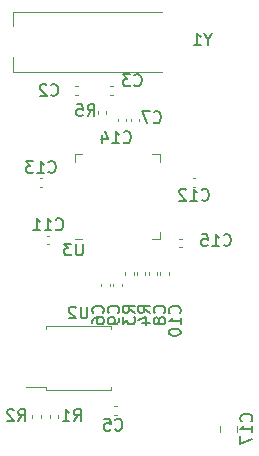
<source format=gbr>
G04 #@! TF.GenerationSoftware,KiCad,Pcbnew,(7.0.0)*
G04 #@! TF.CreationDate,2023-06-23T19:03:52+10:00*
G04 #@! TF.ProjectId,RP2040_minimal,52503230-3430-45f6-9d69-6e696d616c2e,REV1*
G04 #@! TF.SameCoordinates,Original*
G04 #@! TF.FileFunction,Legend,Bot*
G04 #@! TF.FilePolarity,Positive*
%FSLAX46Y46*%
G04 Gerber Fmt 4.6, Leading zero omitted, Abs format (unit mm)*
G04 Created by KiCad (PCBNEW (7.0.0)) date 2023-06-23 19:03:52*
%MOMM*%
%LPD*%
G01*
G04 APERTURE LIST*
%ADD10C,0.150000*%
%ADD11C,0.120000*%
G04 APERTURE END LIST*
D10*
X157547415Y-108181869D02*
X157547415Y-108991393D01*
X157547415Y-108991393D02*
X157499796Y-109086631D01*
X157499796Y-109086631D02*
X157452177Y-109134250D01*
X157452177Y-109134250D02*
X157356939Y-109181869D01*
X157356939Y-109181869D02*
X157166463Y-109181869D01*
X157166463Y-109181869D02*
X157071225Y-109134250D01*
X157071225Y-109134250D02*
X157023606Y-109086631D01*
X157023606Y-109086631D02*
X156975987Y-108991393D01*
X156975987Y-108991393D02*
X156975987Y-108181869D01*
X156547415Y-108277108D02*
X156499796Y-108229489D01*
X156499796Y-108229489D02*
X156404558Y-108181869D01*
X156404558Y-108181869D02*
X156166463Y-108181869D01*
X156166463Y-108181869D02*
X156071225Y-108229489D01*
X156071225Y-108229489D02*
X156023606Y-108277108D01*
X156023606Y-108277108D02*
X155975987Y-108372346D01*
X155975987Y-108372346D02*
X155975987Y-108467584D01*
X155975987Y-108467584D02*
X156023606Y-108610441D01*
X156023606Y-108610441D02*
X156595034Y-109181869D01*
X156595034Y-109181869D02*
X155975987Y-109181869D01*
X151702177Y-117881869D02*
X152035510Y-117405679D01*
X152273605Y-117881869D02*
X152273605Y-116881869D01*
X152273605Y-116881869D02*
X151892653Y-116881869D01*
X151892653Y-116881869D02*
X151797415Y-116929489D01*
X151797415Y-116929489D02*
X151749796Y-116977108D01*
X151749796Y-116977108D02*
X151702177Y-117072346D01*
X151702177Y-117072346D02*
X151702177Y-117215203D01*
X151702177Y-117215203D02*
X151749796Y-117310441D01*
X151749796Y-117310441D02*
X151797415Y-117358060D01*
X151797415Y-117358060D02*
X151892653Y-117405679D01*
X151892653Y-117405679D02*
X152273605Y-117405679D01*
X151321224Y-116977108D02*
X151273605Y-116929489D01*
X151273605Y-116929489D02*
X151178367Y-116881869D01*
X151178367Y-116881869D02*
X150940272Y-116881869D01*
X150940272Y-116881869D02*
X150845034Y-116929489D01*
X150845034Y-116929489D02*
X150797415Y-116977108D01*
X150797415Y-116977108D02*
X150749796Y-117072346D01*
X150749796Y-117072346D02*
X150749796Y-117167584D01*
X150749796Y-117167584D02*
X150797415Y-117310441D01*
X150797415Y-117310441D02*
X151368843Y-117881869D01*
X151368843Y-117881869D02*
X150749796Y-117881869D01*
X159902177Y-118586631D02*
X159949796Y-118634250D01*
X159949796Y-118634250D02*
X160092653Y-118681869D01*
X160092653Y-118681869D02*
X160187891Y-118681869D01*
X160187891Y-118681869D02*
X160330748Y-118634250D01*
X160330748Y-118634250D02*
X160425986Y-118539012D01*
X160425986Y-118539012D02*
X160473605Y-118443774D01*
X160473605Y-118443774D02*
X160521224Y-118253298D01*
X160521224Y-118253298D02*
X160521224Y-118110441D01*
X160521224Y-118110441D02*
X160473605Y-117919965D01*
X160473605Y-117919965D02*
X160425986Y-117824727D01*
X160425986Y-117824727D02*
X160330748Y-117729489D01*
X160330748Y-117729489D02*
X160187891Y-117681869D01*
X160187891Y-117681869D02*
X160092653Y-117681869D01*
X160092653Y-117681869D02*
X159949796Y-117729489D01*
X159949796Y-117729489D02*
X159902177Y-117777108D01*
X158997415Y-117681869D02*
X159473605Y-117681869D01*
X159473605Y-117681869D02*
X159521224Y-118158060D01*
X159521224Y-118158060D02*
X159473605Y-118110441D01*
X159473605Y-118110441D02*
X159378367Y-118062822D01*
X159378367Y-118062822D02*
X159140272Y-118062822D01*
X159140272Y-118062822D02*
X159045034Y-118110441D01*
X159045034Y-118110441D02*
X158997415Y-118158060D01*
X158997415Y-118158060D02*
X158949796Y-118253298D01*
X158949796Y-118253298D02*
X158949796Y-118491393D01*
X158949796Y-118491393D02*
X158997415Y-118586631D01*
X158997415Y-118586631D02*
X159045034Y-118634250D01*
X159045034Y-118634250D02*
X159140272Y-118681869D01*
X159140272Y-118681869D02*
X159378367Y-118681869D01*
X159378367Y-118681869D02*
X159473605Y-118634250D01*
X159473605Y-118634250D02*
X159521224Y-118586631D01*
X154253857Y-96784142D02*
X154301476Y-96831761D01*
X154301476Y-96831761D02*
X154444333Y-96879380D01*
X154444333Y-96879380D02*
X154539571Y-96879380D01*
X154539571Y-96879380D02*
X154682428Y-96831761D01*
X154682428Y-96831761D02*
X154777666Y-96736523D01*
X154777666Y-96736523D02*
X154825285Y-96641285D01*
X154825285Y-96641285D02*
X154872904Y-96450809D01*
X154872904Y-96450809D02*
X154872904Y-96307952D01*
X154872904Y-96307952D02*
X154825285Y-96117476D01*
X154825285Y-96117476D02*
X154777666Y-96022238D01*
X154777666Y-96022238D02*
X154682428Y-95927000D01*
X154682428Y-95927000D02*
X154539571Y-95879380D01*
X154539571Y-95879380D02*
X154444333Y-95879380D01*
X154444333Y-95879380D02*
X154301476Y-95927000D01*
X154301476Y-95927000D02*
X154253857Y-95974619D01*
X153301476Y-96879380D02*
X153872904Y-96879380D01*
X153587190Y-96879380D02*
X153587190Y-95879380D01*
X153587190Y-95879380D02*
X153682428Y-96022238D01*
X153682428Y-96022238D02*
X153777666Y-96117476D01*
X153777666Y-96117476D02*
X153872904Y-96165095D01*
X152968142Y-95879380D02*
X152349095Y-95879380D01*
X152349095Y-95879380D02*
X152682428Y-96260333D01*
X152682428Y-96260333D02*
X152539571Y-96260333D01*
X152539571Y-96260333D02*
X152444333Y-96307952D01*
X152444333Y-96307952D02*
X152396714Y-96355571D01*
X152396714Y-96355571D02*
X152349095Y-96450809D01*
X152349095Y-96450809D02*
X152349095Y-96688904D01*
X152349095Y-96688904D02*
X152396714Y-96784142D01*
X152396714Y-96784142D02*
X152444333Y-96831761D01*
X152444333Y-96831761D02*
X152539571Y-96879380D01*
X152539571Y-96879380D02*
X152825285Y-96879380D01*
X152825285Y-96879380D02*
X152920523Y-96831761D01*
X152920523Y-96831761D02*
X152968142Y-96784142D01*
X164058142Y-108715333D02*
X164105761Y-108667714D01*
X164105761Y-108667714D02*
X164153380Y-108524857D01*
X164153380Y-108524857D02*
X164153380Y-108429619D01*
X164153380Y-108429619D02*
X164105761Y-108286762D01*
X164105761Y-108286762D02*
X164010523Y-108191524D01*
X164010523Y-108191524D02*
X163915285Y-108143905D01*
X163915285Y-108143905D02*
X163724809Y-108096286D01*
X163724809Y-108096286D02*
X163581952Y-108096286D01*
X163581952Y-108096286D02*
X163391476Y-108143905D01*
X163391476Y-108143905D02*
X163296238Y-108191524D01*
X163296238Y-108191524D02*
X163201000Y-108286762D01*
X163201000Y-108286762D02*
X163153380Y-108429619D01*
X163153380Y-108429619D02*
X163153380Y-108524857D01*
X163153380Y-108524857D02*
X163201000Y-108667714D01*
X163201000Y-108667714D02*
X163248619Y-108715333D01*
X163581952Y-109286762D02*
X163534333Y-109191524D01*
X163534333Y-109191524D02*
X163486714Y-109143905D01*
X163486714Y-109143905D02*
X163391476Y-109096286D01*
X163391476Y-109096286D02*
X163343857Y-109096286D01*
X163343857Y-109096286D02*
X163248619Y-109143905D01*
X163248619Y-109143905D02*
X163201000Y-109191524D01*
X163201000Y-109191524D02*
X163153380Y-109286762D01*
X163153380Y-109286762D02*
X163153380Y-109477238D01*
X163153380Y-109477238D02*
X163201000Y-109572476D01*
X163201000Y-109572476D02*
X163248619Y-109620095D01*
X163248619Y-109620095D02*
X163343857Y-109667714D01*
X163343857Y-109667714D02*
X163391476Y-109667714D01*
X163391476Y-109667714D02*
X163486714Y-109620095D01*
X163486714Y-109620095D02*
X163534333Y-109572476D01*
X163534333Y-109572476D02*
X163581952Y-109477238D01*
X163581952Y-109477238D02*
X163581952Y-109286762D01*
X163581952Y-109286762D02*
X163629571Y-109191524D01*
X163629571Y-109191524D02*
X163677190Y-109143905D01*
X163677190Y-109143905D02*
X163772428Y-109096286D01*
X163772428Y-109096286D02*
X163962904Y-109096286D01*
X163962904Y-109096286D02*
X164058142Y-109143905D01*
X164058142Y-109143905D02*
X164105761Y-109191524D01*
X164105761Y-109191524D02*
X164153380Y-109286762D01*
X164153380Y-109286762D02*
X164153380Y-109477238D01*
X164153380Y-109477238D02*
X164105761Y-109572476D01*
X164105761Y-109572476D02*
X164058142Y-109620095D01*
X164058142Y-109620095D02*
X163962904Y-109667714D01*
X163962904Y-109667714D02*
X163772428Y-109667714D01*
X163772428Y-109667714D02*
X163677190Y-109620095D01*
X163677190Y-109620095D02*
X163629571Y-109572476D01*
X163629571Y-109572476D02*
X163581952Y-109477238D01*
X165358142Y-108739142D02*
X165405761Y-108691523D01*
X165405761Y-108691523D02*
X165453380Y-108548666D01*
X165453380Y-108548666D02*
X165453380Y-108453428D01*
X165453380Y-108453428D02*
X165405761Y-108310571D01*
X165405761Y-108310571D02*
X165310523Y-108215333D01*
X165310523Y-108215333D02*
X165215285Y-108167714D01*
X165215285Y-108167714D02*
X165024809Y-108120095D01*
X165024809Y-108120095D02*
X164881952Y-108120095D01*
X164881952Y-108120095D02*
X164691476Y-108167714D01*
X164691476Y-108167714D02*
X164596238Y-108215333D01*
X164596238Y-108215333D02*
X164501000Y-108310571D01*
X164501000Y-108310571D02*
X164453380Y-108453428D01*
X164453380Y-108453428D02*
X164453380Y-108548666D01*
X164453380Y-108548666D02*
X164501000Y-108691523D01*
X164501000Y-108691523D02*
X164548619Y-108739142D01*
X165453380Y-109691523D02*
X165453380Y-109120095D01*
X165453380Y-109405809D02*
X164453380Y-109405809D01*
X164453380Y-109405809D02*
X164596238Y-109310571D01*
X164596238Y-109310571D02*
X164691476Y-109215333D01*
X164691476Y-109215333D02*
X164739095Y-109120095D01*
X164453380Y-110310571D02*
X164453380Y-110405809D01*
X164453380Y-110405809D02*
X164501000Y-110501047D01*
X164501000Y-110501047D02*
X164548619Y-110548666D01*
X164548619Y-110548666D02*
X164643857Y-110596285D01*
X164643857Y-110596285D02*
X164834333Y-110643904D01*
X164834333Y-110643904D02*
X165072428Y-110643904D01*
X165072428Y-110643904D02*
X165262904Y-110596285D01*
X165262904Y-110596285D02*
X165358142Y-110548666D01*
X165358142Y-110548666D02*
X165405761Y-110501047D01*
X165405761Y-110501047D02*
X165453380Y-110405809D01*
X165453380Y-110405809D02*
X165453380Y-110310571D01*
X165453380Y-110310571D02*
X165405761Y-110215333D01*
X165405761Y-110215333D02*
X165358142Y-110167714D01*
X165358142Y-110167714D02*
X165262904Y-110120095D01*
X165262904Y-110120095D02*
X165072428Y-110072476D01*
X165072428Y-110072476D02*
X164834333Y-110072476D01*
X164834333Y-110072476D02*
X164643857Y-110120095D01*
X164643857Y-110120095D02*
X164548619Y-110167714D01*
X164548619Y-110167714D02*
X164501000Y-110215333D01*
X164501000Y-110215333D02*
X164453380Y-110310571D01*
X161532666Y-89426142D02*
X161580285Y-89473761D01*
X161580285Y-89473761D02*
X161723142Y-89521380D01*
X161723142Y-89521380D02*
X161818380Y-89521380D01*
X161818380Y-89521380D02*
X161961237Y-89473761D01*
X161961237Y-89473761D02*
X162056475Y-89378523D01*
X162056475Y-89378523D02*
X162104094Y-89283285D01*
X162104094Y-89283285D02*
X162151713Y-89092809D01*
X162151713Y-89092809D02*
X162151713Y-88949952D01*
X162151713Y-88949952D02*
X162104094Y-88759476D01*
X162104094Y-88759476D02*
X162056475Y-88664238D01*
X162056475Y-88664238D02*
X161961237Y-88569000D01*
X161961237Y-88569000D02*
X161818380Y-88521380D01*
X161818380Y-88521380D02*
X161723142Y-88521380D01*
X161723142Y-88521380D02*
X161580285Y-88569000D01*
X161580285Y-88569000D02*
X161532666Y-88616619D01*
X161199332Y-88521380D02*
X160580285Y-88521380D01*
X160580285Y-88521380D02*
X160913618Y-88902333D01*
X160913618Y-88902333D02*
X160770761Y-88902333D01*
X160770761Y-88902333D02*
X160675523Y-88949952D01*
X160675523Y-88949952D02*
X160627904Y-88997571D01*
X160627904Y-88997571D02*
X160580285Y-89092809D01*
X160580285Y-89092809D02*
X160580285Y-89330904D01*
X160580285Y-89330904D02*
X160627904Y-89426142D01*
X160627904Y-89426142D02*
X160675523Y-89473761D01*
X160675523Y-89473761D02*
X160770761Y-89521380D01*
X160770761Y-89521380D02*
X161056475Y-89521380D01*
X161056475Y-89521380D02*
X161151713Y-89473761D01*
X161151713Y-89473761D02*
X161199332Y-89426142D01*
X156402177Y-117881869D02*
X156735510Y-117405679D01*
X156973605Y-117881869D02*
X156973605Y-116881869D01*
X156973605Y-116881869D02*
X156592653Y-116881869D01*
X156592653Y-116881869D02*
X156497415Y-116929489D01*
X156497415Y-116929489D02*
X156449796Y-116977108D01*
X156449796Y-116977108D02*
X156402177Y-117072346D01*
X156402177Y-117072346D02*
X156402177Y-117215203D01*
X156402177Y-117215203D02*
X156449796Y-117310441D01*
X156449796Y-117310441D02*
X156497415Y-117358060D01*
X156497415Y-117358060D02*
X156592653Y-117405679D01*
X156592653Y-117405679D02*
X156973605Y-117405679D01*
X155449796Y-117881869D02*
X156021224Y-117881869D01*
X155735510Y-117881869D02*
X155735510Y-116881869D01*
X155735510Y-116881869D02*
X155830748Y-117024727D01*
X155830748Y-117024727D02*
X155925986Y-117119965D01*
X155925986Y-117119965D02*
X156021224Y-117167584D01*
X160168142Y-108715333D02*
X160215761Y-108667714D01*
X160215761Y-108667714D02*
X160263380Y-108524857D01*
X160263380Y-108524857D02*
X160263380Y-108429619D01*
X160263380Y-108429619D02*
X160215761Y-108286762D01*
X160215761Y-108286762D02*
X160120523Y-108191524D01*
X160120523Y-108191524D02*
X160025285Y-108143905D01*
X160025285Y-108143905D02*
X159834809Y-108096286D01*
X159834809Y-108096286D02*
X159691952Y-108096286D01*
X159691952Y-108096286D02*
X159501476Y-108143905D01*
X159501476Y-108143905D02*
X159406238Y-108191524D01*
X159406238Y-108191524D02*
X159311000Y-108286762D01*
X159311000Y-108286762D02*
X159263380Y-108429619D01*
X159263380Y-108429619D02*
X159263380Y-108524857D01*
X159263380Y-108524857D02*
X159311000Y-108667714D01*
X159311000Y-108667714D02*
X159358619Y-108715333D01*
X160263380Y-109191524D02*
X160263380Y-109382000D01*
X160263380Y-109382000D02*
X160215761Y-109477238D01*
X160215761Y-109477238D02*
X160168142Y-109524857D01*
X160168142Y-109524857D02*
X160025285Y-109620095D01*
X160025285Y-109620095D02*
X159834809Y-109667714D01*
X159834809Y-109667714D02*
X159453857Y-109667714D01*
X159453857Y-109667714D02*
X159358619Y-109620095D01*
X159358619Y-109620095D02*
X159311000Y-109572476D01*
X159311000Y-109572476D02*
X159263380Y-109477238D01*
X159263380Y-109477238D02*
X159263380Y-109286762D01*
X159263380Y-109286762D02*
X159311000Y-109191524D01*
X159311000Y-109191524D02*
X159358619Y-109143905D01*
X159358619Y-109143905D02*
X159453857Y-109096286D01*
X159453857Y-109096286D02*
X159691952Y-109096286D01*
X159691952Y-109096286D02*
X159787190Y-109143905D01*
X159787190Y-109143905D02*
X159834809Y-109191524D01*
X159834809Y-109191524D02*
X159882428Y-109286762D01*
X159882428Y-109286762D02*
X159882428Y-109477238D01*
X159882428Y-109477238D02*
X159834809Y-109572476D01*
X159834809Y-109572476D02*
X159787190Y-109620095D01*
X159787190Y-109620095D02*
X159691952Y-109667714D01*
X167223857Y-99124142D02*
X167271476Y-99171761D01*
X167271476Y-99171761D02*
X167414333Y-99219380D01*
X167414333Y-99219380D02*
X167509571Y-99219380D01*
X167509571Y-99219380D02*
X167652428Y-99171761D01*
X167652428Y-99171761D02*
X167747666Y-99076523D01*
X167747666Y-99076523D02*
X167795285Y-98981285D01*
X167795285Y-98981285D02*
X167842904Y-98790809D01*
X167842904Y-98790809D02*
X167842904Y-98647952D01*
X167842904Y-98647952D02*
X167795285Y-98457476D01*
X167795285Y-98457476D02*
X167747666Y-98362238D01*
X167747666Y-98362238D02*
X167652428Y-98267000D01*
X167652428Y-98267000D02*
X167509571Y-98219380D01*
X167509571Y-98219380D02*
X167414333Y-98219380D01*
X167414333Y-98219380D02*
X167271476Y-98267000D01*
X167271476Y-98267000D02*
X167223857Y-98314619D01*
X166271476Y-99219380D02*
X166842904Y-99219380D01*
X166557190Y-99219380D02*
X166557190Y-98219380D01*
X166557190Y-98219380D02*
X166652428Y-98362238D01*
X166652428Y-98362238D02*
X166747666Y-98457476D01*
X166747666Y-98457476D02*
X166842904Y-98505095D01*
X165890523Y-98314619D02*
X165842904Y-98267000D01*
X165842904Y-98267000D02*
X165747666Y-98219380D01*
X165747666Y-98219380D02*
X165509571Y-98219380D01*
X165509571Y-98219380D02*
X165414333Y-98267000D01*
X165414333Y-98267000D02*
X165366714Y-98314619D01*
X165366714Y-98314619D02*
X165319095Y-98409857D01*
X165319095Y-98409857D02*
X165319095Y-98505095D01*
X165319095Y-98505095D02*
X165366714Y-98647952D01*
X165366714Y-98647952D02*
X165938142Y-99219380D01*
X165938142Y-99219380D02*
X165319095Y-99219380D01*
X160619857Y-94254142D02*
X160667476Y-94301761D01*
X160667476Y-94301761D02*
X160810333Y-94349380D01*
X160810333Y-94349380D02*
X160905571Y-94349380D01*
X160905571Y-94349380D02*
X161048428Y-94301761D01*
X161048428Y-94301761D02*
X161143666Y-94206523D01*
X161143666Y-94206523D02*
X161191285Y-94111285D01*
X161191285Y-94111285D02*
X161238904Y-93920809D01*
X161238904Y-93920809D02*
X161238904Y-93777952D01*
X161238904Y-93777952D02*
X161191285Y-93587476D01*
X161191285Y-93587476D02*
X161143666Y-93492238D01*
X161143666Y-93492238D02*
X161048428Y-93397000D01*
X161048428Y-93397000D02*
X160905571Y-93349380D01*
X160905571Y-93349380D02*
X160810333Y-93349380D01*
X160810333Y-93349380D02*
X160667476Y-93397000D01*
X160667476Y-93397000D02*
X160619857Y-93444619D01*
X159667476Y-94349380D02*
X160238904Y-94349380D01*
X159953190Y-94349380D02*
X159953190Y-93349380D01*
X159953190Y-93349380D02*
X160048428Y-93492238D01*
X160048428Y-93492238D02*
X160143666Y-93587476D01*
X160143666Y-93587476D02*
X160238904Y-93635095D01*
X158810333Y-93682714D02*
X158810333Y-94349380D01*
X159048428Y-93301761D02*
X159286523Y-94016047D01*
X159286523Y-94016047D02*
X158667476Y-94016047D01*
X161553380Y-108715333D02*
X161077190Y-108382000D01*
X161553380Y-108143905D02*
X160553380Y-108143905D01*
X160553380Y-108143905D02*
X160553380Y-108524857D01*
X160553380Y-108524857D02*
X160601000Y-108620095D01*
X160601000Y-108620095D02*
X160648619Y-108667714D01*
X160648619Y-108667714D02*
X160743857Y-108715333D01*
X160743857Y-108715333D02*
X160886714Y-108715333D01*
X160886714Y-108715333D02*
X160981952Y-108667714D01*
X160981952Y-108667714D02*
X161029571Y-108620095D01*
X161029571Y-108620095D02*
X161077190Y-108524857D01*
X161077190Y-108524857D02*
X161077190Y-108143905D01*
X160553380Y-109048667D02*
X160553380Y-109667714D01*
X160553380Y-109667714D02*
X160934333Y-109334381D01*
X160934333Y-109334381D02*
X160934333Y-109477238D01*
X160934333Y-109477238D02*
X160981952Y-109572476D01*
X160981952Y-109572476D02*
X161029571Y-109620095D01*
X161029571Y-109620095D02*
X161124809Y-109667714D01*
X161124809Y-109667714D02*
X161362904Y-109667714D01*
X161362904Y-109667714D02*
X161458142Y-109620095D01*
X161458142Y-109620095D02*
X161505761Y-109572476D01*
X161505761Y-109572476D02*
X161553380Y-109477238D01*
X161553380Y-109477238D02*
X161553380Y-109191524D01*
X161553380Y-109191524D02*
X161505761Y-109096286D01*
X161505761Y-109096286D02*
X161458142Y-109048667D01*
X163162666Y-92554142D02*
X163210285Y-92601761D01*
X163210285Y-92601761D02*
X163353142Y-92649380D01*
X163353142Y-92649380D02*
X163448380Y-92649380D01*
X163448380Y-92649380D02*
X163591237Y-92601761D01*
X163591237Y-92601761D02*
X163686475Y-92506523D01*
X163686475Y-92506523D02*
X163734094Y-92411285D01*
X163734094Y-92411285D02*
X163781713Y-92220809D01*
X163781713Y-92220809D02*
X163781713Y-92077952D01*
X163781713Y-92077952D02*
X163734094Y-91887476D01*
X163734094Y-91887476D02*
X163686475Y-91792238D01*
X163686475Y-91792238D02*
X163591237Y-91697000D01*
X163591237Y-91697000D02*
X163448380Y-91649380D01*
X163448380Y-91649380D02*
X163353142Y-91649380D01*
X163353142Y-91649380D02*
X163210285Y-91697000D01*
X163210285Y-91697000D02*
X163162666Y-91744619D01*
X162829332Y-91649380D02*
X162162666Y-91649380D01*
X162162666Y-91649380D02*
X162591237Y-92649380D01*
X154873857Y-101632142D02*
X154921476Y-101679761D01*
X154921476Y-101679761D02*
X155064333Y-101727380D01*
X155064333Y-101727380D02*
X155159571Y-101727380D01*
X155159571Y-101727380D02*
X155302428Y-101679761D01*
X155302428Y-101679761D02*
X155397666Y-101584523D01*
X155397666Y-101584523D02*
X155445285Y-101489285D01*
X155445285Y-101489285D02*
X155492904Y-101298809D01*
X155492904Y-101298809D02*
X155492904Y-101155952D01*
X155492904Y-101155952D02*
X155445285Y-100965476D01*
X155445285Y-100965476D02*
X155397666Y-100870238D01*
X155397666Y-100870238D02*
X155302428Y-100775000D01*
X155302428Y-100775000D02*
X155159571Y-100727380D01*
X155159571Y-100727380D02*
X155064333Y-100727380D01*
X155064333Y-100727380D02*
X154921476Y-100775000D01*
X154921476Y-100775000D02*
X154873857Y-100822619D01*
X153921476Y-101727380D02*
X154492904Y-101727380D01*
X154207190Y-101727380D02*
X154207190Y-100727380D01*
X154207190Y-100727380D02*
X154302428Y-100870238D01*
X154302428Y-100870238D02*
X154397666Y-100965476D01*
X154397666Y-100965476D02*
X154492904Y-101013095D01*
X152969095Y-101727380D02*
X153540523Y-101727380D01*
X153254809Y-101727380D02*
X153254809Y-100727380D01*
X153254809Y-100727380D02*
X153350047Y-100870238D01*
X153350047Y-100870238D02*
X153445285Y-100965476D01*
X153445285Y-100965476D02*
X153540523Y-101013095D01*
X157147904Y-102849380D02*
X157147904Y-103658904D01*
X157147904Y-103658904D02*
X157100285Y-103754142D01*
X157100285Y-103754142D02*
X157052666Y-103801761D01*
X157052666Y-103801761D02*
X156957428Y-103849380D01*
X156957428Y-103849380D02*
X156766952Y-103849380D01*
X156766952Y-103849380D02*
X156671714Y-103801761D01*
X156671714Y-103801761D02*
X156624095Y-103754142D01*
X156624095Y-103754142D02*
X156576476Y-103658904D01*
X156576476Y-103658904D02*
X156576476Y-102849380D01*
X156195523Y-102849380D02*
X155576476Y-102849380D01*
X155576476Y-102849380D02*
X155909809Y-103230333D01*
X155909809Y-103230333D02*
X155766952Y-103230333D01*
X155766952Y-103230333D02*
X155671714Y-103277952D01*
X155671714Y-103277952D02*
X155624095Y-103325571D01*
X155624095Y-103325571D02*
X155576476Y-103420809D01*
X155576476Y-103420809D02*
X155576476Y-103658904D01*
X155576476Y-103658904D02*
X155624095Y-103754142D01*
X155624095Y-103754142D02*
X155671714Y-103801761D01*
X155671714Y-103801761D02*
X155766952Y-103849380D01*
X155766952Y-103849380D02*
X156052666Y-103849380D01*
X156052666Y-103849380D02*
X156147904Y-103801761D01*
X156147904Y-103801761D02*
X156195523Y-103754142D01*
X154462666Y-90254142D02*
X154510285Y-90301761D01*
X154510285Y-90301761D02*
X154653142Y-90349380D01*
X154653142Y-90349380D02*
X154748380Y-90349380D01*
X154748380Y-90349380D02*
X154891237Y-90301761D01*
X154891237Y-90301761D02*
X154986475Y-90206523D01*
X154986475Y-90206523D02*
X155034094Y-90111285D01*
X155034094Y-90111285D02*
X155081713Y-89920809D01*
X155081713Y-89920809D02*
X155081713Y-89777952D01*
X155081713Y-89777952D02*
X155034094Y-89587476D01*
X155034094Y-89587476D02*
X154986475Y-89492238D01*
X154986475Y-89492238D02*
X154891237Y-89397000D01*
X154891237Y-89397000D02*
X154748380Y-89349380D01*
X154748380Y-89349380D02*
X154653142Y-89349380D01*
X154653142Y-89349380D02*
X154510285Y-89397000D01*
X154510285Y-89397000D02*
X154462666Y-89444619D01*
X154081713Y-89444619D02*
X154034094Y-89397000D01*
X154034094Y-89397000D02*
X153938856Y-89349380D01*
X153938856Y-89349380D02*
X153700761Y-89349380D01*
X153700761Y-89349380D02*
X153605523Y-89397000D01*
X153605523Y-89397000D02*
X153557904Y-89444619D01*
X153557904Y-89444619D02*
X153510285Y-89539857D01*
X153510285Y-89539857D02*
X153510285Y-89635095D01*
X153510285Y-89635095D02*
X153557904Y-89777952D01*
X153557904Y-89777952D02*
X154129332Y-90349380D01*
X154129332Y-90349380D02*
X153510285Y-90349380D01*
X162853380Y-108715333D02*
X162377190Y-108382000D01*
X162853380Y-108143905D02*
X161853380Y-108143905D01*
X161853380Y-108143905D02*
X161853380Y-108524857D01*
X161853380Y-108524857D02*
X161901000Y-108620095D01*
X161901000Y-108620095D02*
X161948619Y-108667714D01*
X161948619Y-108667714D02*
X162043857Y-108715333D01*
X162043857Y-108715333D02*
X162186714Y-108715333D01*
X162186714Y-108715333D02*
X162281952Y-108667714D01*
X162281952Y-108667714D02*
X162329571Y-108620095D01*
X162329571Y-108620095D02*
X162377190Y-108524857D01*
X162377190Y-108524857D02*
X162377190Y-108143905D01*
X162186714Y-109572476D02*
X162853380Y-109572476D01*
X161805761Y-109334381D02*
X162520047Y-109096286D01*
X162520047Y-109096286D02*
X162520047Y-109715333D01*
X158858142Y-108715333D02*
X158905761Y-108667714D01*
X158905761Y-108667714D02*
X158953380Y-108524857D01*
X158953380Y-108524857D02*
X158953380Y-108429619D01*
X158953380Y-108429619D02*
X158905761Y-108286762D01*
X158905761Y-108286762D02*
X158810523Y-108191524D01*
X158810523Y-108191524D02*
X158715285Y-108143905D01*
X158715285Y-108143905D02*
X158524809Y-108096286D01*
X158524809Y-108096286D02*
X158381952Y-108096286D01*
X158381952Y-108096286D02*
X158191476Y-108143905D01*
X158191476Y-108143905D02*
X158096238Y-108191524D01*
X158096238Y-108191524D02*
X158001000Y-108286762D01*
X158001000Y-108286762D02*
X157953380Y-108429619D01*
X157953380Y-108429619D02*
X157953380Y-108524857D01*
X157953380Y-108524857D02*
X158001000Y-108667714D01*
X158001000Y-108667714D02*
X158048619Y-108715333D01*
X157953380Y-109572476D02*
X157953380Y-109382000D01*
X157953380Y-109382000D02*
X158001000Y-109286762D01*
X158001000Y-109286762D02*
X158048619Y-109239143D01*
X158048619Y-109239143D02*
X158191476Y-109143905D01*
X158191476Y-109143905D02*
X158381952Y-109096286D01*
X158381952Y-109096286D02*
X158762904Y-109096286D01*
X158762904Y-109096286D02*
X158858142Y-109143905D01*
X158858142Y-109143905D02*
X158905761Y-109191524D01*
X158905761Y-109191524D02*
X158953380Y-109286762D01*
X158953380Y-109286762D02*
X158953380Y-109477238D01*
X158953380Y-109477238D02*
X158905761Y-109572476D01*
X158905761Y-109572476D02*
X158858142Y-109620095D01*
X158858142Y-109620095D02*
X158762904Y-109667714D01*
X158762904Y-109667714D02*
X158524809Y-109667714D01*
X158524809Y-109667714D02*
X158429571Y-109620095D01*
X158429571Y-109620095D02*
X158381952Y-109572476D01*
X158381952Y-109572476D02*
X158334333Y-109477238D01*
X158334333Y-109477238D02*
X158334333Y-109286762D01*
X158334333Y-109286762D02*
X158381952Y-109191524D01*
X158381952Y-109191524D02*
X158429571Y-109143905D01*
X158429571Y-109143905D02*
X158524809Y-109096286D01*
X169087857Y-102956142D02*
X169135476Y-103003761D01*
X169135476Y-103003761D02*
X169278333Y-103051380D01*
X169278333Y-103051380D02*
X169373571Y-103051380D01*
X169373571Y-103051380D02*
X169516428Y-103003761D01*
X169516428Y-103003761D02*
X169611666Y-102908523D01*
X169611666Y-102908523D02*
X169659285Y-102813285D01*
X169659285Y-102813285D02*
X169706904Y-102622809D01*
X169706904Y-102622809D02*
X169706904Y-102479952D01*
X169706904Y-102479952D02*
X169659285Y-102289476D01*
X169659285Y-102289476D02*
X169611666Y-102194238D01*
X169611666Y-102194238D02*
X169516428Y-102099000D01*
X169516428Y-102099000D02*
X169373571Y-102051380D01*
X169373571Y-102051380D02*
X169278333Y-102051380D01*
X169278333Y-102051380D02*
X169135476Y-102099000D01*
X169135476Y-102099000D02*
X169087857Y-102146619D01*
X168135476Y-103051380D02*
X168706904Y-103051380D01*
X168421190Y-103051380D02*
X168421190Y-102051380D01*
X168421190Y-102051380D02*
X168516428Y-102194238D01*
X168516428Y-102194238D02*
X168611666Y-102289476D01*
X168611666Y-102289476D02*
X168706904Y-102337095D01*
X167230714Y-102051380D02*
X167706904Y-102051380D01*
X167706904Y-102051380D02*
X167754523Y-102527571D01*
X167754523Y-102527571D02*
X167706904Y-102479952D01*
X167706904Y-102479952D02*
X167611666Y-102432333D01*
X167611666Y-102432333D02*
X167373571Y-102432333D01*
X167373571Y-102432333D02*
X167278333Y-102479952D01*
X167278333Y-102479952D02*
X167230714Y-102527571D01*
X167230714Y-102527571D02*
X167183095Y-102622809D01*
X167183095Y-102622809D02*
X167183095Y-102860904D01*
X167183095Y-102860904D02*
X167230714Y-102956142D01*
X167230714Y-102956142D02*
X167278333Y-103003761D01*
X167278333Y-103003761D02*
X167373571Y-103051380D01*
X167373571Y-103051380D02*
X167611666Y-103051380D01*
X167611666Y-103051380D02*
X167706904Y-103003761D01*
X167706904Y-103003761D02*
X167754523Y-102956142D01*
X157562666Y-92049380D02*
X157895999Y-91573190D01*
X158134094Y-92049380D02*
X158134094Y-91049380D01*
X158134094Y-91049380D02*
X157753142Y-91049380D01*
X157753142Y-91049380D02*
X157657904Y-91097000D01*
X157657904Y-91097000D02*
X157610285Y-91144619D01*
X157610285Y-91144619D02*
X157562666Y-91239857D01*
X157562666Y-91239857D02*
X157562666Y-91382714D01*
X157562666Y-91382714D02*
X157610285Y-91477952D01*
X157610285Y-91477952D02*
X157657904Y-91525571D01*
X157657904Y-91525571D02*
X157753142Y-91573190D01*
X157753142Y-91573190D02*
X158134094Y-91573190D01*
X156657904Y-91049380D02*
X157134094Y-91049380D01*
X157134094Y-91049380D02*
X157181713Y-91525571D01*
X157181713Y-91525571D02*
X157134094Y-91477952D01*
X157134094Y-91477952D02*
X157038856Y-91430333D01*
X157038856Y-91430333D02*
X156800761Y-91430333D01*
X156800761Y-91430333D02*
X156705523Y-91477952D01*
X156705523Y-91477952D02*
X156657904Y-91525571D01*
X156657904Y-91525571D02*
X156610285Y-91620809D01*
X156610285Y-91620809D02*
X156610285Y-91858904D01*
X156610285Y-91858904D02*
X156657904Y-91954142D01*
X156657904Y-91954142D02*
X156705523Y-92001761D01*
X156705523Y-92001761D02*
X156800761Y-92049380D01*
X156800761Y-92049380D02*
X157038856Y-92049380D01*
X157038856Y-92049380D02*
X157134094Y-92001761D01*
X157134094Y-92001761D02*
X157181713Y-91954142D01*
X167762190Y-85573190D02*
X167762190Y-86049380D01*
X168095523Y-85049380D02*
X167762190Y-85573190D01*
X167762190Y-85573190D02*
X167428857Y-85049380D01*
X166571714Y-86049380D02*
X167143142Y-86049380D01*
X166857428Y-86049380D02*
X166857428Y-85049380D01*
X166857428Y-85049380D02*
X166952666Y-85192238D01*
X166952666Y-85192238D02*
X167047904Y-85287476D01*
X167047904Y-85287476D02*
X167143142Y-85335095D01*
X171416142Y-117889142D02*
X171463761Y-117841523D01*
X171463761Y-117841523D02*
X171511380Y-117698666D01*
X171511380Y-117698666D02*
X171511380Y-117603428D01*
X171511380Y-117603428D02*
X171463761Y-117460571D01*
X171463761Y-117460571D02*
X171368523Y-117365333D01*
X171368523Y-117365333D02*
X171273285Y-117317714D01*
X171273285Y-117317714D02*
X171082809Y-117270095D01*
X171082809Y-117270095D02*
X170939952Y-117270095D01*
X170939952Y-117270095D02*
X170749476Y-117317714D01*
X170749476Y-117317714D02*
X170654238Y-117365333D01*
X170654238Y-117365333D02*
X170559000Y-117460571D01*
X170559000Y-117460571D02*
X170511380Y-117603428D01*
X170511380Y-117603428D02*
X170511380Y-117698666D01*
X170511380Y-117698666D02*
X170559000Y-117841523D01*
X170559000Y-117841523D02*
X170606619Y-117889142D01*
X171511380Y-118841523D02*
X171511380Y-118270095D01*
X171511380Y-118555809D02*
X170511380Y-118555809D01*
X170511380Y-118555809D02*
X170654238Y-118460571D01*
X170654238Y-118460571D02*
X170749476Y-118365333D01*
X170749476Y-118365333D02*
X170797095Y-118270095D01*
X170511380Y-119174857D02*
X170511380Y-119841523D01*
X170511380Y-119841523D02*
X171511380Y-119412952D01*
D11*
X154060511Y-109814489D02*
X154060511Y-110074489D01*
X154060511Y-115004489D02*
X152385511Y-115004489D01*
X156785511Y-115264489D02*
X154060511Y-115264489D01*
X154060511Y-115264489D02*
X154060511Y-115004489D01*
X159510511Y-109814489D02*
X159510511Y-110074489D01*
X156785511Y-109814489D02*
X159510511Y-109814489D01*
X156785511Y-109814489D02*
X154060511Y-109814489D01*
X159510511Y-115264489D02*
X159510511Y-115004489D01*
X156785511Y-115264489D02*
X159510511Y-115264489D01*
X152875511Y-117607325D02*
X152875511Y-117391653D01*
X153595511Y-117607325D02*
X153595511Y-117391653D01*
X160028347Y-117344489D02*
X159812675Y-117344489D01*
X160028347Y-116624489D02*
X159812675Y-116624489D01*
X153718836Y-98042000D02*
X153503164Y-98042000D01*
X153718836Y-97322000D02*
X153503164Y-97322000D01*
X163456000Y-105259164D02*
X163456000Y-105474836D01*
X162736000Y-105259164D02*
X162736000Y-105474836D01*
X164456000Y-105259164D02*
X164456000Y-105474836D01*
X163736000Y-105259164D02*
X163736000Y-105474836D01*
X159473164Y-90242000D02*
X159688836Y-90242000D01*
X159473164Y-89522000D02*
X159688836Y-89522000D01*
X155095511Y-117391653D02*
X155095511Y-117607325D01*
X154375511Y-117391653D02*
X154375511Y-117607325D01*
X160456000Y-106259164D02*
X160456000Y-106474836D01*
X159736000Y-106259164D02*
X159736000Y-106474836D01*
X166473164Y-97322000D02*
X166688836Y-97322000D01*
X166473164Y-98042000D02*
X166688836Y-98042000D01*
X160117000Y-92504836D02*
X160117000Y-92289164D01*
X160837000Y-92504836D02*
X160837000Y-92289164D01*
X160736000Y-105474836D02*
X160736000Y-105259164D01*
X161456000Y-105474836D02*
X161456000Y-105259164D01*
X161236000Y-92504836D02*
X161236000Y-92289164D01*
X161956000Y-92504836D02*
X161956000Y-92289164D01*
X154338836Y-102890000D02*
X154123164Y-102890000D01*
X154338836Y-102170000D02*
X154123164Y-102170000D01*
X163056000Y-102492000D02*
X163706000Y-102492000D01*
X163706000Y-102492000D02*
X163706000Y-101842000D01*
X157136000Y-95272000D02*
X156486000Y-95272000D01*
X156486000Y-95272000D02*
X156486000Y-95922000D01*
X163056000Y-95272000D02*
X163706000Y-95272000D01*
X163706000Y-95272000D02*
X163706000Y-95922000D01*
X157136000Y-102492000D02*
X156486000Y-102492000D01*
X156718836Y-90242000D02*
X156503164Y-90242000D01*
X156718836Y-89522000D02*
X156503164Y-89522000D01*
X161736000Y-105474836D02*
X161736000Y-105259164D01*
X162456000Y-105474836D02*
X162456000Y-105259164D01*
X159456000Y-106259164D02*
X159456000Y-106474836D01*
X158736000Y-106259164D02*
X158736000Y-106474836D01*
X165322164Y-102424000D02*
X165537836Y-102424000D01*
X165322164Y-103144000D02*
X165537836Y-103144000D01*
X158436000Y-91874836D02*
X158436000Y-91659164D01*
X159156000Y-91874836D02*
X159156000Y-91659164D01*
X151237000Y-83216000D02*
X163837000Y-83216000D01*
X151237000Y-88316000D02*
X151237000Y-87066000D01*
X163837000Y-88316000D02*
X151237000Y-88316000D01*
X151237000Y-84466000D02*
X151237000Y-83216000D01*
X168759000Y-118793252D02*
X168759000Y-118270748D01*
X170229000Y-118793252D02*
X170229000Y-118270748D01*
M02*

</source>
